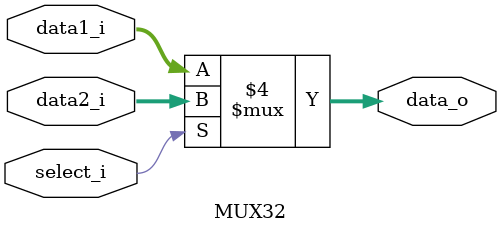
<source format=v>
module MUX32(data1_i,
             data2_i,
             select_i,
             data_o);
    input [31:0]    data1_i;
    input [31:0]    data2_i;
    input select_i;
    output  reg [31:0] data_o;
    always @(*) begin
        if (select_i == 0) begin
            data_o <= data1_i;
        end
        else begin
            data_o <= data2_i;
        end
        
    end
endmodule

</source>
